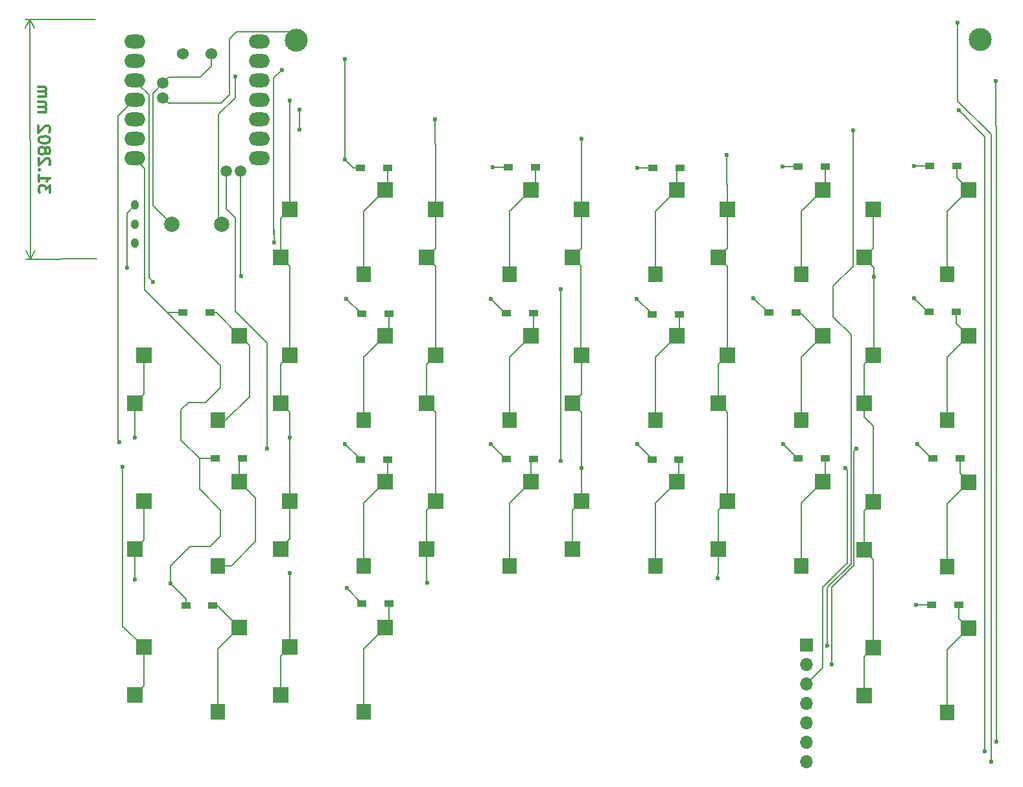
<source format=gbr>
%TF.GenerationSoftware,KiCad,Pcbnew,8.0.7*%
%TF.CreationDate,2025-06-04T19:27:18+09:00*%
%TF.ProjectId,cool642tb_R_v121,636f6f6c-3634-4327-9462-5f525f763132,rev?*%
%TF.SameCoordinates,Original*%
%TF.FileFunction,Copper,L2,Bot*%
%TF.FilePolarity,Positive*%
%FSLAX46Y46*%
G04 Gerber Fmt 4.6, Leading zero omitted, Abs format (unit mm)*
G04 Created by KiCad (PCBNEW 8.0.7) date 2025-06-04 19:27:18*
%MOMM*%
%LPD*%
G01*
G04 APERTURE LIST*
%ADD10C,0.300000*%
%TA.AperFunction,NonConductor*%
%ADD11C,0.300000*%
%TD*%
%TA.AperFunction,NonConductor*%
%ADD12C,0.200000*%
%TD*%
%TA.AperFunction,SMDPad,CuDef*%
%ADD13R,1.300000X0.950000*%
%TD*%
%TA.AperFunction,SMDPad,CuDef*%
%ADD14R,2.000000X2.000000*%
%TD*%
%TA.AperFunction,SMDPad,CuDef*%
%ADD15R,1.900000X2.000000*%
%TD*%
%TA.AperFunction,ComponentPad*%
%ADD16O,1.000000X1.300000*%
%TD*%
%TA.AperFunction,ComponentPad*%
%ADD17O,2.750000X1.800000*%
%TD*%
%TA.AperFunction,ComponentPad*%
%ADD18C,1.500000*%
%TD*%
%TA.AperFunction,ComponentPad*%
%ADD19C,1.524000*%
%TD*%
%TA.AperFunction,ComponentPad*%
%ADD20R,1.700000X1.700000*%
%TD*%
%TA.AperFunction,ComponentPad*%
%ADD21O,1.700000X1.700000*%
%TD*%
%TA.AperFunction,ComponentPad*%
%ADD22C,3.000000*%
%TD*%
%TA.AperFunction,ComponentPad*%
%ADD23C,2.000000*%
%TD*%
%TA.AperFunction,ViaPad*%
%ADD24C,0.600000*%
%TD*%
%TA.AperFunction,Conductor*%
%ADD25C,0.200000*%
%TD*%
G04 APERTURE END LIST*
D10*
D11*
X-38166205Y4719293D02*
X-38169173Y5647859D01*
X-38169173Y5647859D02*
X-38739001Y5146035D01*
X-38739001Y5146035D02*
X-38739686Y5360320D01*
X-38739686Y5360320D02*
X-38811571Y5502948D01*
X-38811571Y5502948D02*
X-38883227Y5574148D01*
X-38883227Y5574148D02*
X-39026312Y5645119D01*
X-39026312Y5645119D02*
X-39383453Y5643978D01*
X-39383453Y5643978D02*
X-39526081Y5572093D01*
X-39526081Y5572093D02*
X-39597281Y5500436D01*
X-39597281Y5500436D02*
X-39668252Y5357351D01*
X-39668252Y5357351D02*
X-39666882Y4928782D01*
X-39666882Y4928782D02*
X-39594997Y4786154D01*
X-39594997Y4786154D02*
X-39523341Y4714954D01*
X-39673733Y7071628D02*
X-39670993Y6214489D01*
X-39672363Y6643059D02*
X-38172370Y6647854D01*
X-38172370Y6647854D02*
X-38386198Y6504312D01*
X-38386198Y6504312D02*
X-38528598Y6360999D01*
X-38528598Y6360999D02*
X-38599569Y6217915D01*
X-39532932Y7714938D02*
X-39604588Y7786138D01*
X-39604588Y7786138D02*
X-39675788Y7714481D01*
X-39675788Y7714481D02*
X-39604131Y7643281D01*
X-39604131Y7643281D02*
X-39532932Y7714938D01*
X-39532932Y7714938D02*
X-39675788Y7714481D01*
X-38320707Y8361674D02*
X-38249507Y8433331D01*
X-38249507Y8433331D02*
X-38178536Y8576415D01*
X-38178536Y8576415D02*
X-38179678Y8933556D01*
X-38179678Y8933556D02*
X-38251562Y9076184D01*
X-38251562Y9076184D02*
X-38323219Y9147384D01*
X-38323219Y9147384D02*
X-38466304Y9218356D01*
X-38466304Y9218356D02*
X-38609160Y9217899D01*
X-38609160Y9217899D02*
X-38823216Y9145786D01*
X-38823216Y9145786D02*
X-39677615Y8285907D01*
X-39677615Y8285907D02*
X-39680583Y9214474D01*
X-38826185Y10074352D02*
X-38754300Y9931724D01*
X-38754300Y9931724D02*
X-38682644Y9860524D01*
X-38682644Y9860524D02*
X-38539559Y9789553D01*
X-38539559Y9789553D02*
X-38468131Y9789781D01*
X-38468131Y9789781D02*
X-38325503Y9861666D01*
X-38325503Y9861666D02*
X-38254303Y9933323D01*
X-38254303Y9933323D02*
X-38183331Y10076407D01*
X-38183331Y10076407D02*
X-38184245Y10362120D01*
X-38184245Y10362120D02*
X-38256130Y10504748D01*
X-38256130Y10504748D02*
X-38327786Y10575948D01*
X-38327786Y10575948D02*
X-38470871Y10646920D01*
X-38470871Y10646920D02*
X-38542299Y10646691D01*
X-38542299Y10646691D02*
X-38684927Y10574806D01*
X-38684927Y10574806D02*
X-38756127Y10503150D01*
X-38756127Y10503150D02*
X-38827098Y10360065D01*
X-38827098Y10360065D02*
X-38826185Y10074352D01*
X-38826185Y10074352D02*
X-38897157Y9931267D01*
X-38897157Y9931267D02*
X-38968356Y9859611D01*
X-38968356Y9859611D02*
X-39110984Y9787726D01*
X-39110984Y9787726D02*
X-39396697Y9786812D01*
X-39396697Y9786812D02*
X-39539782Y9857784D01*
X-39539782Y9857784D02*
X-39611439Y9928984D01*
X-39611439Y9928984D02*
X-39683324Y10071612D01*
X-39683324Y10071612D02*
X-39684237Y10357325D01*
X-39684237Y10357325D02*
X-39613265Y10500409D01*
X-39613265Y10500409D02*
X-39542066Y10572066D01*
X-39542066Y10572066D02*
X-39399438Y10643951D01*
X-39399438Y10643951D02*
X-39113725Y10644864D01*
X-39113725Y10644864D02*
X-38970640Y10573893D01*
X-38970640Y10573893D02*
X-38898983Y10502693D01*
X-38898983Y10502693D02*
X-38827098Y10360065D01*
X-38188127Y11576399D02*
X-38188583Y11719256D01*
X-38188583Y11719256D02*
X-38260468Y11861884D01*
X-38260468Y11861884D02*
X-38332125Y11933084D01*
X-38332125Y11933084D02*
X-38475210Y12004055D01*
X-38475210Y12004055D02*
X-38761151Y12074570D01*
X-38761151Y12074570D02*
X-39118292Y12073428D01*
X-39118292Y12073428D02*
X-39403776Y12001086D01*
X-39403776Y12001086D02*
X-39546404Y11929202D01*
X-39546404Y11929202D02*
X-39617604Y11857545D01*
X-39617604Y11857545D02*
X-39688576Y11714460D01*
X-39688576Y11714460D02*
X-39688119Y11571604D01*
X-39688119Y11571604D02*
X-39616234Y11428976D01*
X-39616234Y11428976D02*
X-39544577Y11357776D01*
X-39544577Y11357776D02*
X-39401493Y11286804D01*
X-39401493Y11286804D02*
X-39115551Y11216290D01*
X-39115551Y11216290D02*
X-38758410Y11217431D01*
X-38758410Y11217431D02*
X-38472926Y11289773D01*
X-38472926Y11289773D02*
X-38330298Y11361658D01*
X-38330298Y11361658D02*
X-38259098Y11433314D01*
X-38259098Y11433314D02*
X-38188127Y11576399D01*
X-38334408Y12647365D02*
X-38263208Y12719022D01*
X-38263208Y12719022D02*
X-38192237Y12862106D01*
X-38192237Y12862106D02*
X-38193379Y13219248D01*
X-38193379Y13219248D02*
X-38265264Y13361876D01*
X-38265264Y13361876D02*
X-38336920Y13433075D01*
X-38336920Y13433075D02*
X-38480005Y13504047D01*
X-38480005Y13504047D02*
X-38622861Y13503590D01*
X-38622861Y13503590D02*
X-38836918Y13431477D01*
X-38836918Y13431477D02*
X-39691316Y12571598D01*
X-39691316Y12571598D02*
X-39694284Y13500165D01*
X-39699993Y15285870D02*
X-38699998Y15289066D01*
X-38842855Y15288610D02*
X-38771655Y15360266D01*
X-38771655Y15360266D02*
X-38700683Y15503351D01*
X-38700683Y15503351D02*
X-38701368Y15717636D01*
X-38701368Y15717636D02*
X-38773253Y15860264D01*
X-38773253Y15860264D02*
X-38916338Y15931235D01*
X-38916338Y15931235D02*
X-39702048Y15928723D01*
X-38916338Y15931235D02*
X-38773710Y16003120D01*
X-38773710Y16003120D02*
X-38702738Y16146205D01*
X-38702738Y16146205D02*
X-38703424Y16360490D01*
X-38703424Y16360490D02*
X-38775308Y16503118D01*
X-38775308Y16503118D02*
X-38918393Y16574089D01*
X-38918393Y16574089D02*
X-39704103Y16571577D01*
X-39706387Y17285859D02*
X-38706392Y17289056D01*
X-38849249Y17288600D02*
X-38778049Y17360256D01*
X-38778049Y17360256D02*
X-38707077Y17503341D01*
X-38707077Y17503341D02*
X-38707762Y17717625D01*
X-38707762Y17717625D02*
X-38779647Y17860254D01*
X-38779647Y17860254D02*
X-38922732Y17931225D01*
X-38922732Y17931225D02*
X-39708442Y17928713D01*
X-38922732Y17931225D02*
X-38780104Y18003110D01*
X-38780104Y18003110D02*
X-38709132Y18146195D01*
X-38709132Y18146195D02*
X-38709817Y18360479D01*
X-38709817Y18360479D02*
X-38781702Y18503107D01*
X-38781702Y18503107D02*
X-38924787Y18574079D01*
X-38924787Y18574079D02*
X-39710497Y18571567D01*
D12*
X-32249997Y27378402D02*
X-41446659Y27349001D01*
X-32149997Y-3901598D02*
X-41346659Y-3930999D01*
X-40860242Y27350875D02*
X-40760242Y-3929125D01*
X-40860242Y27350875D02*
X-40760242Y-3929125D01*
X-40860242Y27350875D02*
X-40270223Y26226252D01*
X-40860242Y27350875D02*
X-41443058Y26222502D01*
X-40760242Y-3929125D02*
X-41350261Y-2804502D01*
X-40760242Y-3929125D02*
X-40177426Y-2800752D01*
D13*
%TO.P,D7,1,K*%
%TO.N,Row2*%
X21375000Y-30010000D03*
%TO.P,D7,2,A*%
%TO.N,Net-(D7-A)*%
X24925000Y-30010000D03*
%TD*%
%TO.P,D11,1,K*%
%TO.N,Row2*%
X40405000Y-30100000D03*
%TO.P,D11,2,A*%
%TO.N,Net-(D11-A)*%
X43955000Y-30100000D03*
%TD*%
D14*
%TO.P,SW1,1,1*%
%TO.N,Col0*%
X-8100000Y-3700000D03*
X-6900000Y2540000D03*
D15*
%TO.P,SW1,2,2*%
%TO.N,Net-(D1-A)*%
X2800000Y-5900000D03*
D14*
X5600000Y5080000D03*
%TD*%
D13*
%TO.P,D20,1,K*%
%TO.N,Row3*%
X76935000Y-49060000D03*
%TO.P,D20,2,A*%
%TO.N,Net-(D20-A)*%
X80485000Y-49060000D03*
%TD*%
D14*
%TO.P,SW8,1,1*%
%TO.N,Col1*%
X-27150000Y-41800000D03*
X-25950000Y-35560000D03*
D15*
%TO.P,SW8,2,2*%
%TO.N,Net-(D8-A)*%
X-16250000Y-44000000D03*
D14*
X-13450000Y-33020000D03*
%TD*%
D13*
%TO.P,D13,1,K*%
%TO.N,Row0*%
X59535000Y8140000D03*
%TO.P,D13,2,A*%
%TO.N,Net-(D13-A)*%
X63085000Y8140000D03*
%TD*%
D14*
%TO.P,SW15,1,1*%
%TO.N,Col3*%
X49050000Y-41800000D03*
X50250000Y-35560000D03*
D15*
%TO.P,SW15,2,2*%
%TO.N,Net-(D15-A)*%
X59950000Y-44000000D03*
D14*
X62750000Y-33020000D03*
%TD*%
%TO.P,SW16,1,1*%
%TO.N,Col3*%
X-8100000Y-60850000D03*
X-6900000Y-54610000D03*
D15*
%TO.P,SW16,2,2*%
%TO.N,Net-(D16-A)*%
X2800000Y-63050000D03*
D14*
X5600000Y-52070000D03*
%TD*%
D16*
%TO.P,SW21,1,A*%
%TO.N,unconnected-(SW21-A-Pad1)*%
X-27100000Y-1890000D03*
%TO.P,SW21,2,B*%
%TO.N,Net-(BT1--)*%
X-27100000Y610000D03*
%TO.P,SW21,3,C*%
%TO.N,GND*%
X-27100000Y3110000D03*
%TD*%
D14*
%TO.P,SW13,1,1*%
%TO.N,Col3*%
X49050000Y-3700000D03*
X50250000Y2540000D03*
D15*
%TO.P,SW13,2,2*%
%TO.N,Net-(D13-A)*%
X59950000Y-5900000D03*
D14*
X62750000Y5080000D03*
%TD*%
D13*
%TO.P,D15,1,K*%
%TO.N,Row2*%
X59535000Y-29950000D03*
%TO.P,D15,2,A*%
%TO.N,Net-(D15-A)*%
X63085000Y-29950000D03*
%TD*%
%TO.P,D1,1,K*%
%TO.N,Row0*%
X2385000Y8000000D03*
%TO.P,D1,2,A*%
%TO.N,Net-(D1-A)*%
X5935000Y8000000D03*
%TD*%
%TO.P,D9,1,K*%
%TO.N,Row0*%
X40525000Y8000000D03*
%TO.P,D9,2,A*%
%TO.N,Net-(D9-A)*%
X44075000Y8000000D03*
%TD*%
%TO.P,D17,1,K*%
%TO.N,Row0*%
X76665000Y8180000D03*
%TO.P,D17,2,A*%
%TO.N,Net-(D17-A)*%
X80215000Y8180000D03*
%TD*%
%TO.P,D4,1,K*%
%TO.N,Row3*%
X-20815000Y-10950000D03*
%TO.P,D4,2,A*%
%TO.N,Net-(D4-A)*%
X-17265000Y-10950000D03*
%TD*%
%TO.P,D16,1,K*%
%TO.N,Row3*%
X2555000Y-48970000D03*
%TO.P,D16,2,A*%
%TO.N,Net-(D16-A)*%
X6105000Y-48970000D03*
%TD*%
D14*
%TO.P,SW17,1,1*%
%TO.N,Col4*%
X68100000Y-3700000D03*
X69300000Y2540000D03*
D15*
%TO.P,SW17,2,2*%
%TO.N,Net-(D17-A)*%
X79000000Y-5900000D03*
D14*
X81800000Y5080000D03*
%TD*%
D13*
%TO.P,D3,1,K*%
%TO.N,Row2*%
X2330000Y-30130000D03*
%TO.P,D3,2,A*%
%TO.N,Net-(D3-A)*%
X5880000Y-30130000D03*
%TD*%
%TO.P,D19,1,K*%
%TO.N,Row2*%
X77080000Y-29940000D03*
%TO.P,D19,2,A*%
%TO.N,Net-(D19-A)*%
X80630000Y-29940000D03*
%TD*%
D14*
%TO.P,SW11,1,1*%
%TO.N,Col2*%
X30000000Y-41800000D03*
X31200000Y-35560000D03*
D15*
%TO.P,SW11,2,2*%
%TO.N,Net-(D11-A)*%
X40900000Y-44000000D03*
D14*
X43700000Y-33020000D03*
%TD*%
%TO.P,SW12,1,1*%
%TO.N,Col2*%
X-27150000Y-60850000D03*
X-25950000Y-54610000D03*
D15*
%TO.P,SW12,2,2*%
%TO.N,Net-(D12-A)*%
X-16250000Y-63050000D03*
D14*
X-13450000Y-52070000D03*
%TD*%
%TO.P,SW19,1,1*%
%TO.N,Col4*%
X68100000Y-41900000D03*
X69300000Y-35660000D03*
D15*
%TO.P,SW19,2,2*%
%TO.N,Net-(D19-A)*%
X79000000Y-44100000D03*
D14*
X81800000Y-33120000D03*
%TD*%
%TO.P,SW20,1,1*%
%TO.N,Col4*%
X68100000Y-60950000D03*
X69300000Y-54710000D03*
D15*
%TO.P,SW20,2,2*%
%TO.N,Net-(D20-A)*%
X79000000Y-63150000D03*
D14*
X81800000Y-52170000D03*
%TD*%
%TO.P,SW3,1,1*%
%TO.N,Col0*%
X-8100000Y-41800000D03*
X-6900000Y-35560000D03*
D15*
%TO.P,SW3,2,2*%
%TO.N,Net-(D3-A)*%
X2800000Y-44000000D03*
D14*
X5600000Y-33020000D03*
%TD*%
D13*
%TO.P,D10,1,K*%
%TO.N,Row1*%
X40465000Y-11150000D03*
%TO.P,D10,2,A*%
%TO.N,Net-(D10-A)*%
X44015000Y-11150000D03*
%TD*%
D14*
%TO.P,SW7,1,1*%
%TO.N,Col1*%
X10950000Y-41800000D03*
X12150000Y-35560000D03*
D15*
%TO.P,SW7,2,2*%
%TO.N,Net-(D7-A)*%
X21850000Y-44000000D03*
D14*
X24650000Y-33020000D03*
%TD*%
%TO.P,SW10,1,1*%
%TO.N,Col2*%
X30000000Y-22750000D03*
X31200000Y-16510000D03*
D15*
%TO.P,SW10,2,2*%
%TO.N,Net-(D10-A)*%
X40900000Y-24950000D03*
D14*
X43700000Y-13970000D03*
%TD*%
D17*
%TO.P,U1,1,P0.02_A0_D0*%
%TO.N,MOTION*%
X-27110000Y24450000D03*
%TO.P,U1,2,P0.03_A1_D1*%
%TO.N,Row0*%
X-27110000Y21910000D03*
%TO.P,U1,3,P0.28_A2_D2*%
%TO.N,Row1*%
X-27110000Y19370000D03*
%TO.P,U1,4,P0.29_A3_D3*%
%TO.N,Row2*%
X-27110000Y16830000D03*
%TO.P,U1,5,P0.04_A4_D4_SDA*%
%TO.N,SDIO*%
X-27110000Y14290000D03*
%TO.P,U1,6,P0.05_A5_D5_SCL*%
%TO.N,SCLK*%
X-27110000Y11750000D03*
%TO.P,U1,7,P1.11_D6_TX*%
%TO.N,Row3*%
X-27110000Y9210000D03*
%TO.P,U1,8,P1.12_D7_RX*%
%TO.N,Col3*%
X-10870000Y9210000D03*
%TO.P,U1,9,P1.13_D8_SCK*%
%TO.N,Col2*%
X-10870000Y11750000D03*
%TO.P,U1,10,P1.14_D9_MISO*%
%TO.N,Col1*%
X-10870000Y14290000D03*
%TO.P,U1,11,P1.15_D10_MOSI*%
%TO.N,Col0*%
X-10870000Y16830000D03*
%TO.P,U1,12,3V3*%
%TO.N,3.3V*%
X-10870000Y19370000D03*
%TO.P,U1,13,GND*%
%TO.N,GND*%
X-10870000Y21910000D03*
%TO.P,U1,14,5V*%
%TO.N,VCC*%
X-10870000Y24450000D03*
D18*
%TO.P,U1,15,NFC1_0.09*%
%TO.N,CS*%
X-15154600Y7518000D03*
%TO.P,U1,16,NFC2_0.10*%
%TO.N,Col4*%
X-13275000Y7518000D03*
%TO.P,U1,20,BATT+*%
%TO.N,Bat*%
X-23435000Y17147000D03*
%TO.P,U1,21,BATT-*%
%TO.N,GND*%
X-23435000Y19052000D03*
D19*
%TO.P,U1,22,RST*%
%TO.N,RST*%
X-20870000Y22900000D03*
%TO.P,U1,23,GND*%
%TO.N,GND*%
X-17150000Y22840000D03*
%TD*%
D13*
%TO.P,D2,1,K*%
%TO.N,Row1*%
X2535000Y-11080000D03*
%TO.P,D2,2,A*%
%TO.N,Net-(D2-A)*%
X6085000Y-11080000D03*
%TD*%
D20*
%TO.P,J1,1,SCLK*%
%TO.N,SCLK*%
X60590000Y-54350000D03*
D21*
%TO.P,J1,2,nCS*%
%TO.N,CS*%
X60590000Y-56890000D03*
%TO.P,J1,3,GND*%
%TO.N,GND*%
X60590000Y-59430000D03*
%TO.P,J1,4,Vin*%
%TO.N,3.3V*%
X60590000Y-61970000D03*
%TO.P,J1,5,nc*%
%TO.N,unconnected-(J1-nc-Pad5)*%
X60590000Y-64510000D03*
%TO.P,J1,6,SDIO*%
%TO.N,SDIO*%
X60590000Y-67050000D03*
%TO.P,J1,7,MOTION*%
%TO.N,MOTION*%
X60590000Y-69590000D03*
%TD*%
D13*
%TO.P,D6,1,K*%
%TO.N,Row1*%
X21375000Y-10980000D03*
%TO.P,D6,2,A*%
%TO.N,Net-(D6-A)*%
X24925000Y-10980000D03*
%TD*%
D14*
%TO.P,SW5,1,1*%
%TO.N,Col1*%
X10950000Y-3700000D03*
X12150000Y2540000D03*
D15*
%TO.P,SW5,2,2*%
%TO.N,Net-(D5-A)*%
X21850000Y-5900000D03*
D14*
X24650000Y5080000D03*
%TD*%
%TO.P,SW6,1,1*%
%TO.N,Col1*%
X10950000Y-22750000D03*
X12150000Y-16510000D03*
D15*
%TO.P,SW6,2,2*%
%TO.N,Net-(D6-A)*%
X21850000Y-24950000D03*
D14*
X24650000Y-13970000D03*
%TD*%
%TO.P,SW9,1,1*%
%TO.N,Col2*%
X30000000Y-3700000D03*
X31200000Y2540000D03*
D15*
%TO.P,SW9,2,2*%
%TO.N,Net-(D9-A)*%
X40900000Y-5900000D03*
D14*
X43700000Y5080000D03*
%TD*%
%TO.P,SW4,1,1*%
%TO.N,Col0*%
X-27150000Y-22750000D03*
X-25950000Y-16510000D03*
D15*
%TO.P,SW4,2,2*%
%TO.N,Net-(D4-A)*%
X-16250000Y-24950000D03*
D14*
X-13450000Y-13970000D03*
%TD*%
D13*
%TO.P,D8,1,K*%
%TO.N,Row3*%
X-16645000Y-29980000D03*
%TO.P,D8,2,A*%
%TO.N,Net-(D8-A)*%
X-13095000Y-29980000D03*
%TD*%
D22*
%TO.P,BT1,1,+*%
%TO.N,Bat*%
X-6020000Y24670000D03*
%TO.P,BT1,2,-*%
%TO.N,Net-(BT1--)*%
X83250000Y24710000D03*
%TD*%
D13*
%TO.P,D14,1,K*%
%TO.N,Row1*%
X55715000Y-10930000D03*
%TO.P,D14,2,A*%
%TO.N,Net-(D14-A)*%
X59265000Y-10930000D03*
%TD*%
%TO.P,D12,1,K*%
%TO.N,Row3*%
X-20465000Y-49140000D03*
%TO.P,D12,2,A*%
%TO.N,Net-(D12-A)*%
X-16915000Y-49140000D03*
%TD*%
%TO.P,D5,1,K*%
%TO.N,Row0*%
X21635000Y8040000D03*
%TO.P,D5,2,A*%
%TO.N,Net-(D5-A)*%
X25185000Y8040000D03*
%TD*%
D23*
%TO.P,SW22,1,1*%
%TO.N,RST*%
X-15770000Y580000D03*
%TO.P,SW22,2,2*%
%TO.N,GND*%
X-22270000Y580000D03*
%TD*%
D14*
%TO.P,SW2,1,1*%
%TO.N,Col0*%
X-8100000Y-22750000D03*
X-6900000Y-16510000D03*
D15*
%TO.P,SW2,2,2*%
%TO.N,Net-(D2-A)*%
X2800000Y-24950000D03*
D14*
X5600000Y-13970000D03*
%TD*%
%TO.P,SW18,1,1*%
%TO.N,Col4*%
X68100000Y-22750000D03*
X69300000Y-16510000D03*
D15*
%TO.P,SW18,2,2*%
%TO.N,Net-(D18-A)*%
X79000000Y-24950000D03*
D14*
X81800000Y-13970000D03*
%TD*%
%TO.P,SW14,1,1*%
%TO.N,Col3*%
X49050000Y-22750000D03*
X50250000Y-16510000D03*
D15*
%TO.P,SW14,2,2*%
%TO.N,Net-(D14-A)*%
X59950000Y-24950000D03*
D14*
X62750000Y-13970000D03*
%TD*%
D13*
%TO.P,D18,1,K*%
%TO.N,Row1*%
X76635000Y-10860000D03*
%TO.P,D18,2,A*%
%TO.N,Net-(D18-A)*%
X80185000Y-10860000D03*
%TD*%
D24*
%TO.N,RST*%
X-14010000Y19930000D03*
%TO.N,Net-(BT1--)*%
X-8950000Y-1810000D03*
%TO.N,SCLK*%
X-5590000Y12930000D03*
X-5630000Y15570000D03*
%TO.N,Row1*%
X-24740000Y-6900000D03*
%TO.N,Net-(BT1--)*%
X-7940000Y20780000D03*
%TO.N,Row0*%
X38490000Y8000000D03*
X350000Y9090000D03*
X340000Y22200000D03*
X19600000Y8040000D03*
X57500000Y8140000D03*
X74630000Y8180000D03*
%TO.N,Row1*%
X53670000Y-9040000D03*
X510000Y-9100000D03*
X38450000Y-9100000D03*
X19340000Y-9100000D03*
X74640000Y-9080000D03*
%TO.N,Row2*%
X340000Y-28070000D03*
X75040000Y-28070000D03*
X38470000Y-28070000D03*
X19360000Y-28070000D03*
X57530000Y-28070000D03*
X-29120000Y-27840000D03*
%TO.N,Row3*%
X560000Y-46930000D03*
X74900000Y-49060000D03*
X-22450000Y-46340000D03*
%TO.N,GND*%
X65680000Y-31230000D03*
X28480000Y-7840000D03*
X-28160000Y-5070000D03*
X28470000Y-30300000D03*
%TO.N,CS*%
X63910000Y-56860000D03*
X67120000Y-28720000D03*
X-9850000Y-28700000D03*
%TO.N,SCLK*%
X66690000Y12840000D03*
X63310000Y-54390000D03*
%TO.N,MOTION*%
X84690000Y-69590000D03*
X80300000Y26940000D03*
%TO.N,3.3V*%
X85370000Y-66960000D03*
X85350000Y19300000D03*
%TO.N,SDIO*%
X80500000Y15480000D03*
X83920000Y-68240000D03*
%TO.N,Col0*%
X-27130000Y-27240000D03*
X-6880000Y16760000D03*
X-6900000Y-27240000D03*
%TO.N,Col1*%
X12090000Y14290000D03*
X-27100000Y-45810000D03*
X11050000Y-46230000D03*
%TO.N,Col2*%
X-28700000Y-31100000D03*
X31210000Y11780000D03*
X31200000Y-31240000D03*
%TO.N,Col3*%
X-6850000Y-44940000D03*
X50220000Y9660000D03*
X49020000Y-45640000D03*
%TO.N,Col4*%
X-13270000Y-6160000D03*
X69430000Y-6240000D03*
%TD*%
D25*
%TO.N,Bat*%
X-6020000Y24670000D02*
X-7060000Y25710000D01*
X-14720000Y17520000D02*
X-15843000Y16397000D01*
X-15843000Y16397000D02*
X-22685000Y16397000D01*
X-7060000Y25710000D02*
X-13810000Y25710000D01*
X-14720000Y24800000D02*
X-14720000Y17520000D01*
X-13810000Y25710000D02*
X-14720000Y24800000D01*
X-22685000Y16397000D02*
X-23435000Y17147000D01*
%TO.N,RST*%
X-14010000Y17154314D02*
X-14010000Y19930000D01*
%TO.N,Net-(BT1--)*%
X-8950000Y-110000D02*
X-8980000Y-80000D01*
X-8950000Y-1810000D02*
X-8950000Y-110000D01*
X-8980000Y19740000D02*
X-8980000Y-80000D01*
X-8980000Y-80000D02*
X-8980000Y-690000D01*
%TO.N,SCLK*%
X-5630000Y12970000D02*
X-5590000Y12930000D01*
X-5630000Y15570000D02*
X-5630000Y12970000D01*
%TO.N,GND*%
X-17150000Y22840000D02*
X-17142271Y22832271D01*
X-17142271Y22832271D02*
X-17142271Y22300186D01*
X-17142271Y22300186D02*
X-17139318Y21254652D01*
X-17139318Y21254652D02*
X-17139318Y21250682D01*
X-17139318Y21250682D02*
X-18588000Y19802000D01*
X-18588000Y19802000D02*
X-22685000Y19802000D01*
X-22685000Y19802000D02*
X-23435000Y19052000D01*
X-23435000Y19052000D02*
X-24770000Y17717000D01*
X-24770000Y17717000D02*
X-24770000Y3080000D01*
X-24770000Y3080000D02*
X-22270000Y580000D01*
%TO.N,Row1*%
X-25280000Y17507075D02*
X-25280000Y-6350000D01*
X-25280000Y-6360000D02*
X-25280000Y-6350000D01*
X-24740000Y-6900000D02*
X-25280000Y-6360000D01*
X-26610000Y18837075D02*
X-25280000Y17507075D01*
X-26610000Y19370000D02*
X-26610000Y18837075D01*
%TO.N,RST*%
X-15770000Y580000D02*
X-16204600Y1014600D01*
X-16204600Y1014600D02*
X-16204600Y14959714D01*
%TO.N,CS*%
X-15154600Y7518000D02*
X-15154600Y2630000D01*
X-15154600Y2630000D02*
X-14003953Y1479353D01*
%TO.N,Col4*%
X-13275000Y7518000D02*
X-13275000Y-6155000D01*
X-13275000Y-6155000D02*
X-13270000Y-6160000D01*
%TO.N,Net-(BT1--)*%
X-7940000Y20780000D02*
X-8980000Y19740000D01*
%TO.N,Net-(D1-A)*%
X5600000Y5080000D02*
X2800000Y2280000D01*
X5935000Y8000000D02*
X5935000Y5415000D01*
X2800000Y2280000D02*
X2800000Y-5900000D01*
X5935000Y5415000D02*
X5600000Y5080000D01*
%TO.N,Row0*%
X350000Y9090000D02*
X350000Y9190000D01*
X1440000Y8000000D02*
X350000Y9090000D01*
X19600000Y8040000D02*
X21635000Y8040000D01*
X57500000Y8140000D02*
X59535000Y8140000D01*
X340000Y22200000D02*
X350000Y22190000D01*
X74630000Y8180000D02*
X76665000Y8180000D01*
X2385000Y8000000D02*
X1440000Y8000000D01*
X38490000Y8000000D02*
X40525000Y8000000D01*
X350000Y22190000D02*
X350000Y9190000D01*
%TO.N,Net-(D2-A)*%
X6085000Y-11080000D02*
X6085000Y-13485000D01*
X6085000Y-13485000D02*
X5600000Y-13970000D01*
X5600000Y-13970000D02*
X2800000Y-16770000D01*
X2800000Y-16770000D02*
X2800000Y-24950000D01*
%TO.N,Row1*%
X40465000Y-11115000D02*
X38450000Y-9100000D01*
X2490000Y-11080000D02*
X510000Y-9100000D01*
X55560000Y-10930000D02*
X53670000Y-9040000D01*
X21220000Y-10980000D02*
X19340000Y-9100000D01*
X76420000Y-10860000D02*
X74640000Y-9080000D01*
X55715000Y-10930000D02*
X55560000Y-10930000D01*
X76635000Y-10860000D02*
X76420000Y-10860000D01*
X21375000Y-10980000D02*
X21220000Y-10980000D01*
X2535000Y-11080000D02*
X2490000Y-11080000D01*
X40465000Y-11150000D02*
X40465000Y-11115000D01*
%TO.N,Net-(D3-A)*%
X5880000Y-30130000D02*
X5880000Y-32740000D01*
X5600000Y-33020000D02*
X2800000Y-35820000D01*
X5880000Y-32740000D02*
X5600000Y-33020000D01*
X2800000Y-35820000D02*
X2800000Y-44000000D01*
%TO.N,Row2*%
X77080000Y-29940000D02*
X76910000Y-29940000D01*
X59535000Y-29950000D02*
X59410000Y-29950000D01*
X59410000Y-29950000D02*
X57530000Y-28070000D01*
X21375000Y-30010000D02*
X21300000Y-30010000D01*
X2330000Y-30130000D02*
X2330000Y-30060000D01*
X-29295000Y-27665000D02*
X-29120000Y-27840000D01*
X-27120000Y16810000D02*
X-27252056Y16810000D01*
X40405000Y-30005000D02*
X38470000Y-28070000D01*
X-29265000Y-27695000D02*
X-29120000Y-27840000D01*
X-29295000Y14767056D02*
X-29295000Y-27665000D01*
X-27252056Y16810000D02*
X-29295000Y14767056D01*
X2330000Y-30060000D02*
X340000Y-28070000D01*
X40405000Y-30100000D02*
X40405000Y-30005000D01*
X21300000Y-30010000D02*
X19360000Y-28070000D01*
X76910000Y-29940000D02*
X75040000Y-28070000D01*
%TO.N,Net-(D4-A)*%
X-12160000Y-15260000D02*
X-12160000Y-21880000D01*
X-13450000Y-13970000D02*
X-12160000Y-15260000D01*
X-17265000Y-10950000D02*
X-16470000Y-10950000D01*
X-12160000Y-21880000D02*
X-15230000Y-24950000D01*
X-15230000Y-24950000D02*
X-16250000Y-24950000D01*
X-16470000Y-10950000D02*
X-13450000Y-13970000D01*
%TO.N,Row3*%
X-22450000Y-46340000D02*
X-22450000Y-43990000D01*
X-22450000Y-43990000D02*
X-19960000Y-41500000D01*
X-21080000Y-27580000D02*
X-18680000Y-29980000D01*
X-19960000Y-41500000D02*
X-17300000Y-41500000D01*
X-18596955Y-34053045D02*
X-18680000Y-34053045D01*
X-21080000Y-23650000D02*
X-21080000Y-27580000D01*
X-20070000Y-22640000D02*
X-21080000Y-23650000D01*
X-17880000Y-22640000D02*
X-20070000Y-22640000D01*
X-15940000Y-36710000D02*
X-18596955Y-34053045D01*
X-22850000Y-10950000D02*
X-15950000Y-17850000D01*
X-20815000Y-10950000D02*
X-22850000Y-10950000D01*
X76935000Y-49060000D02*
X74900000Y-49060000D01*
X-15950000Y-17850000D02*
X-15950000Y-20710000D01*
X-17300000Y-41500000D02*
X-15940000Y-40140000D01*
X-15940000Y-40140000D02*
X-15940000Y-36710000D01*
X2555000Y-48970000D02*
X2555000Y-48925000D01*
X-18680000Y-34053045D02*
X-18680000Y-29980000D01*
X-20465000Y-48325000D02*
X-22450000Y-46340000D01*
X-15950000Y-20710000D02*
X-17880000Y-22640000D01*
X-16645000Y-29980000D02*
X-18680000Y-29980000D01*
X-22850000Y-10950000D02*
X-25820000Y-7980000D01*
X-25820000Y7890000D02*
X-27120000Y9190000D01*
X-20465000Y-49140000D02*
X-20465000Y-48325000D01*
X-25820000Y-7980000D02*
X-25820000Y7890000D01*
X2555000Y-48925000D02*
X560000Y-46930000D01*
%TO.N,Net-(D5-A)*%
X25185000Y8040000D02*
X25185000Y5615000D01*
X25185000Y5615000D02*
X24650000Y5080000D01*
X24650000Y5080000D02*
X21850000Y2280000D01*
X21850000Y2280000D02*
X21850000Y-5900000D01*
%TO.N,Net-(D6-A)*%
X24925000Y-13695000D02*
X24650000Y-13970000D01*
X24925000Y-10980000D02*
X24925000Y-13695000D01*
X24650000Y-13970000D02*
X21850000Y-16770000D01*
X21850000Y-16770000D02*
X21850000Y-24950000D01*
%TO.N,Net-(D7-A)*%
X21850000Y-35820000D02*
X24650000Y-33020000D01*
X24925000Y-30115000D02*
X24650000Y-30390000D01*
X24650000Y-30390000D02*
X24650000Y-33020000D01*
X21850000Y-44000000D02*
X21850000Y-35820000D01*
X24925000Y-30010000D02*
X24925000Y-30115000D01*
%TO.N,Net-(D8-A)*%
X-13095000Y-30135000D02*
X-13450000Y-30490000D01*
X-11350000Y-35120000D02*
X-11350000Y-40830000D01*
X-11350000Y-40830000D02*
X-14520000Y-44000000D01*
X-13450000Y-33020000D02*
X-11350000Y-35120000D01*
X-13450000Y-30490000D02*
X-13450000Y-33020000D01*
X-13095000Y-29980000D02*
X-13095000Y-30135000D01*
X-14520000Y-44000000D02*
X-16250000Y-44000000D01*
%TO.N,Net-(D9-A)*%
X44075000Y7925000D02*
X43700000Y7550000D01*
X44075000Y8000000D02*
X44075000Y7925000D01*
X40900000Y2280000D02*
X40900000Y-5900000D01*
X43700000Y7550000D02*
X43700000Y5080000D01*
X43700000Y5080000D02*
X40900000Y2280000D01*
%TO.N,Net-(D10-A)*%
X40900000Y-16770000D02*
X40900000Y-24950000D01*
X44015000Y-13655000D02*
X43700000Y-13970000D01*
X44015000Y-11150000D02*
X44015000Y-13655000D01*
X43700000Y-13970000D02*
X40900000Y-16770000D01*
%TO.N,Net-(D11-A)*%
X43700000Y-33020000D02*
X40900000Y-35820000D01*
X43955000Y-32765000D02*
X43700000Y-33020000D01*
X40900000Y-35820000D02*
X40900000Y-44000000D01*
X43955000Y-30100000D02*
X43955000Y-32765000D01*
%TO.N,Net-(D12-A)*%
X-16380000Y-49140000D02*
X-13450000Y-52070000D01*
X-16915000Y-49140000D02*
X-16380000Y-49140000D01*
X-16250000Y-54870000D02*
X-16250000Y-63050000D01*
X-13450000Y-52070000D02*
X-16250000Y-54870000D01*
%TO.N,Net-(D13-A)*%
X59950000Y2280000D02*
X59950000Y-5900000D01*
X63085000Y5415000D02*
X62750000Y5080000D01*
X62750000Y5080000D02*
X59950000Y2280000D01*
X63085000Y8140000D02*
X63085000Y5415000D01*
%TO.N,Net-(D14-A)*%
X59710000Y-10930000D02*
X62750000Y-13970000D01*
X62750000Y-13970000D02*
X59950000Y-16770000D01*
X59265000Y-10930000D02*
X59710000Y-10930000D01*
X59950000Y-16770000D02*
X59950000Y-24950000D01*
%TO.N,Net-(D15-A)*%
X63085000Y-29950000D02*
X63085000Y-32685000D01*
X63085000Y-32685000D02*
X62750000Y-33020000D01*
X62750000Y-33020000D02*
X59950000Y-35820000D01*
X59950000Y-35820000D02*
X59950000Y-44000000D01*
%TO.N,Net-(D16-A)*%
X2800000Y-54870000D02*
X2800000Y-63050000D01*
X6105000Y-48970000D02*
X6105000Y-51565000D01*
X6105000Y-51565000D02*
X5600000Y-52070000D01*
X5600000Y-52070000D02*
X2800000Y-54870000D01*
%TO.N,Net-(D17-A)*%
X81800000Y5080000D02*
X79000000Y2280000D01*
X79000000Y2280000D02*
X79000000Y-5900000D01*
X80215000Y6665000D02*
X81800000Y5080000D01*
X80215000Y8180000D02*
X80215000Y6665000D01*
%TO.N,Net-(D18-A)*%
X80185000Y-10860000D02*
X80185000Y-12355000D01*
X80185000Y-12355000D02*
X81800000Y-13970000D01*
X79000000Y-16770000D02*
X79000000Y-24950000D01*
X81800000Y-13970000D02*
X79000000Y-16770000D01*
%TO.N,GND*%
X-28160000Y2050000D02*
X-27100000Y3110000D01*
X65890000Y-43672633D02*
X65890000Y-31440000D01*
X62710000Y-57310000D02*
X62710000Y-46852633D01*
X62710000Y-46852633D02*
X65706316Y-43856317D01*
X65706316Y-43856317D02*
X65890000Y-43672633D01*
X28470000Y-30300000D02*
X28470000Y-7850000D01*
X-28160000Y-5070000D02*
X-28160000Y2050000D01*
X28470000Y-7850000D02*
X28480000Y-7840000D01*
X60590000Y-59430000D02*
X62710000Y-57310000D01*
X65890000Y-31440000D02*
X65680000Y-31230000D01*
%TO.N,CS*%
X63910000Y-46784004D02*
X63910000Y-56860000D01*
X66800000Y-29040000D02*
X67120000Y-28720000D01*
X-13938953Y-10828953D02*
X-9850000Y-14917907D01*
X-14003953Y-10763953D02*
X-14003953Y1479353D01*
X66162002Y-44532002D02*
X63910000Y-46784004D01*
X66162002Y-44532002D02*
X66800000Y-43894004D01*
X66800000Y-43894004D02*
X66800000Y-29040000D01*
X-9850000Y-14917907D02*
X-9850000Y-28700000D01*
X-13938953Y-10828953D02*
X-14003953Y-10763953D01*
%TO.N,SCLK*%
X66400000Y-13780000D02*
X64107467Y-11487467D01*
X63310000Y-46818318D02*
X66400000Y-43728318D01*
X66680000Y-4910000D02*
X66680000Y11170000D01*
X66400000Y-43728318D02*
X66400000Y-13780000D01*
X63310000Y-54390000D02*
X63310000Y-46818318D01*
X66690000Y12840000D02*
X66690000Y11180000D01*
X66690000Y11180000D02*
X66680000Y11170000D01*
X64107467Y-7482533D02*
X66680000Y-4910000D01*
X64107467Y-11487467D02*
X64107467Y-7482533D01*
%TO.N,MOTION*%
X84690000Y-69590000D02*
X84690000Y12340000D01*
X80300000Y16730000D02*
X80300000Y26940000D01*
X84690000Y12340000D02*
X80300000Y16730000D01*
%TO.N,3.3V*%
X85380000Y-66950000D02*
X85380000Y13460000D01*
X85370000Y-66960000D02*
X85380000Y-66950000D01*
X85350000Y19300000D02*
X85350000Y13490000D01*
X85350000Y13490000D02*
X85380000Y13460000D01*
%TO.N,SDIO*%
X80500000Y15480000D02*
X83920000Y12060000D01*
X83920000Y12060000D02*
X83920000Y11300000D01*
X83920000Y-68240000D02*
X83920000Y11300000D01*
X-27090000Y14030000D02*
X-27222056Y14030000D01*
%TO.N,Net-(D19-A)*%
X81800000Y-33120000D02*
X79000000Y-35920000D01*
X79000000Y-35920000D02*
X79000000Y-44100000D01*
X80630000Y-31950000D02*
X81800000Y-33120000D01*
X80630000Y-29940000D02*
X80630000Y-31950000D01*
%TO.N,Col0*%
X-6900000Y16740000D02*
X-6880000Y16760000D01*
X-8100000Y-17710000D02*
X-6900000Y-16510000D01*
X-8100000Y1340000D02*
X-6900000Y2540000D01*
X-8100000Y-41690000D02*
X-6900000Y-40490000D01*
X-6900000Y-23950000D02*
X-8100000Y-22750000D01*
X-25950000Y-21550000D02*
X-27150000Y-22750000D01*
X-6900000Y-4900000D02*
X-8100000Y-3700000D01*
X-6900000Y-40490000D02*
X-6900000Y-35560000D01*
X-6900000Y-35560000D02*
X-6900000Y-23950000D01*
X-27150000Y-27220000D02*
X-27130000Y-27240000D01*
X-8100000Y-41800000D02*
X-8100000Y-41690000D01*
X-6900000Y2540000D02*
X-6900000Y16740000D01*
X-8100000Y-22750000D02*
X-8100000Y-17710000D01*
X-25950000Y-16510000D02*
X-25950000Y-21550000D01*
X-8100000Y-3700000D02*
X-8100000Y1340000D01*
X-6900000Y-16510000D02*
X-6900000Y-4900000D01*
X-27150000Y-22750000D02*
X-27150000Y-27220000D01*
%TO.N,Col1*%
X-25950000Y-35560000D02*
X-25950000Y-40600000D01*
X12150000Y-23950000D02*
X10950000Y-22750000D01*
X10950000Y-36760000D02*
X12150000Y-35560000D01*
X12090000Y14290000D02*
X12090000Y11090000D01*
X12150000Y-2500000D02*
X10950000Y-3700000D01*
X10950000Y-17710000D02*
X12150000Y-16510000D01*
X12150000Y11030000D02*
X12150000Y2540000D01*
X-25950000Y-40600000D02*
X-27150000Y-41800000D01*
X12150000Y-35560000D02*
X12150000Y-23950000D01*
X12150000Y-16510000D02*
X12150000Y-4900000D01*
X11050000Y-46230000D02*
X10950000Y-46130000D01*
X12150000Y11080000D02*
X12150000Y2540000D01*
X10950000Y-22750000D02*
X10950000Y-17710000D01*
X10950000Y-46130000D02*
X10950000Y-41800000D01*
X12150000Y-4900000D02*
X10950000Y-3700000D01*
X10950000Y-41800000D02*
X10950000Y-36760000D01*
X12150000Y2540000D02*
X12150000Y-2500000D01*
X-27150000Y-45760000D02*
X-27100000Y-45810000D01*
X12090000Y11090000D02*
X12150000Y11030000D01*
X-27150000Y-41800000D02*
X-27150000Y-45760000D01*
%TO.N,Col2*%
X31200000Y9510000D02*
X31200000Y2540000D01*
X31200000Y-21550000D02*
X30000000Y-22750000D01*
X31120000Y-16430000D02*
X31120000Y-4820000D01*
X31200000Y2540000D02*
X31200000Y-2500000D01*
X31210000Y11780000D02*
X31210000Y9520000D01*
X31120000Y-4820000D02*
X30000000Y-3700000D01*
X-25950000Y-54610000D02*
X-25950000Y-59650000D01*
X31200000Y-31240000D02*
X31200000Y-23950000D01*
X31200000Y-16510000D02*
X31120000Y-16430000D01*
X-25950000Y-59650000D02*
X-27150000Y-60850000D01*
X31200000Y-23950000D02*
X30000000Y-22750000D01*
X31200000Y-35560000D02*
X31200000Y-31240000D01*
X30000000Y-36760000D02*
X31200000Y-35560000D01*
X30000000Y-41800000D02*
X30000000Y-36760000D01*
X-28700000Y-31100000D02*
X-28700000Y-51860000D01*
X31200000Y-16510000D02*
X31200000Y-21550000D01*
X-28700000Y-51860000D02*
X-25950000Y-54610000D01*
X31200000Y-2500000D02*
X30000000Y-3700000D01*
%TO.N,Col3*%
X50250000Y-2500000D02*
X49050000Y-3700000D01*
X50220000Y5840000D02*
X50250000Y5810000D01*
X50250000Y-35560000D02*
X50250000Y-23950000D01*
X50250000Y-16510000D02*
X50250000Y-4900000D01*
X50250000Y-35560000D02*
X49050000Y-36760000D01*
X50250000Y-4900000D02*
X49050000Y-3700000D01*
X49050000Y-36760000D02*
X49050000Y-41800000D01*
X49020000Y-45640000D02*
X49020000Y-45080000D01*
X49050000Y-17710000D02*
X49050000Y-22750000D01*
X-8100000Y-55810000D02*
X-6900000Y-54610000D01*
X50250000Y2540000D02*
X50250000Y-2500000D01*
X50250000Y-16510000D02*
X49050000Y-17710000D01*
X-8100000Y-60850000D02*
X-8100000Y-55810000D01*
X50250000Y5810000D02*
X50250000Y2540000D01*
X-6900000Y-54610000D02*
X-6900000Y-44990000D01*
X49020000Y-45080000D02*
X49050000Y-45050000D01*
X49050000Y-45050000D02*
X49050000Y-41800000D01*
X-6900000Y-44990000D02*
X-6850000Y-44940000D01*
X50220000Y9660000D02*
X50220000Y5840000D01*
X50250000Y-23950000D02*
X49050000Y-22750000D01*
%TO.N,Col4*%
X69330000Y-47902945D02*
X69330000Y-43130000D01*
X69300000Y-47932945D02*
X69330000Y-47902945D01*
X69300000Y-2500000D02*
X68100000Y-3700000D01*
X69330000Y-43130000D02*
X68100000Y-41900000D01*
X69430000Y-16380000D02*
X69430000Y-6240000D01*
X69300000Y-16510000D02*
X69430000Y-16380000D01*
X69430000Y-5030000D02*
X68100000Y-3700000D01*
X68100000Y-36860000D02*
X69300000Y-35660000D01*
X69300000Y-35660000D02*
X69300000Y-25770000D01*
X68100000Y-55910000D02*
X69300000Y-54710000D01*
X68100000Y-17710000D02*
X69300000Y-16510000D01*
X69430000Y-6240000D02*
X69430000Y-5030000D01*
X69300000Y2540000D02*
X69300000Y-2500000D01*
X68100000Y-22750000D02*
X68100000Y-17710000D01*
X69300000Y-54710000D02*
X69300000Y-47932945D01*
X68100000Y-41900000D02*
X68100000Y-36860000D01*
X69300000Y-25770000D02*
X68100000Y-24570000D01*
X68100000Y-24570000D02*
X68100000Y-22750000D01*
X68100000Y-60950000D02*
X68100000Y-55910000D01*
%TO.N,Net-(D20-A)*%
X81800000Y-52170000D02*
X79000000Y-54970000D01*
X80485000Y-50855000D02*
X81800000Y-52170000D01*
X80485000Y-49060000D02*
X80485000Y-50855000D01*
X79000000Y-54970000D02*
X79000000Y-63150000D01*
%TO.N,RST*%
X-16204600Y14959714D02*
X-14010000Y17154314D01*
%TD*%
M02*

</source>
